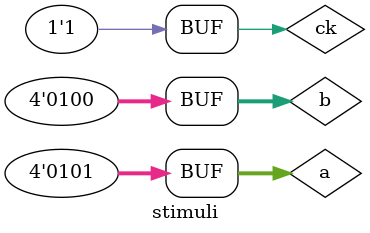
<source format=v>
`timescale 1ns / 1ps


module stimuli( );
reg [3:0] a, b;
reg ck;

wire Cout;
wire [3:0] Sum;

newadder dut(a, b, ck, Sum, Cout);

always 
begin
    #10 ck = 0;
    #10 ck = 1;
end

initial
begin
    a = 3; b = 6;
#10 a = 4; b = 6;
#10 a = 2; b = 5;
#10 a = 5; b = 4;
 
end
endmodule

</source>
